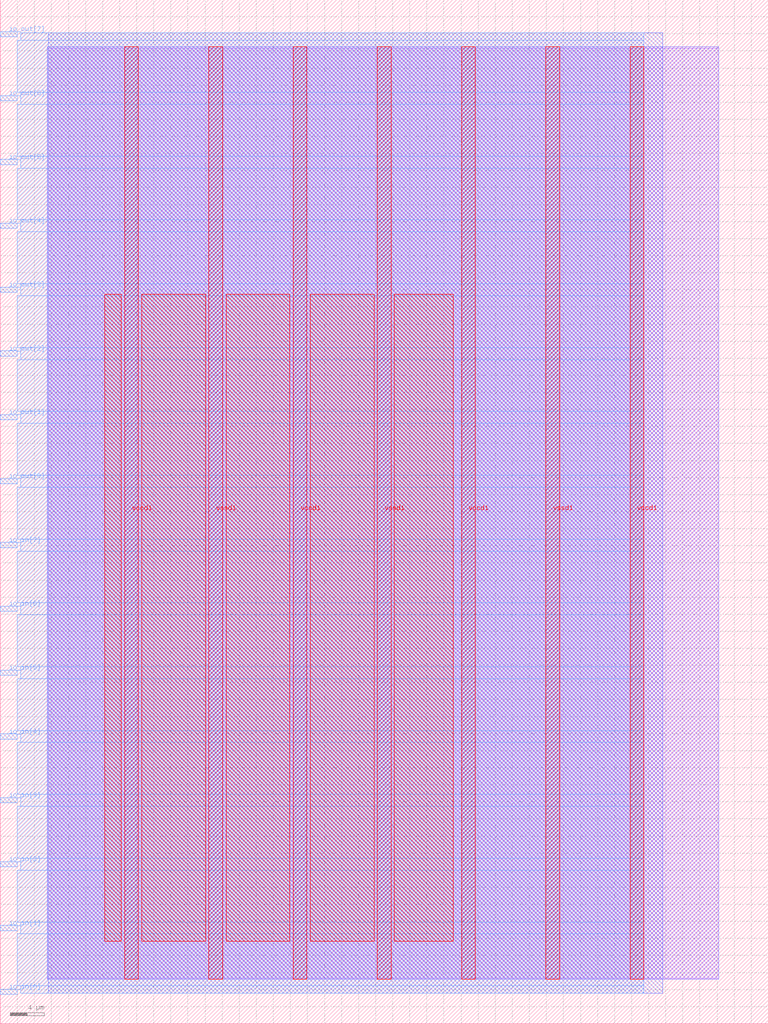
<source format=lef>
VERSION 5.7 ;
  NOWIREEXTENSIONATPIN ON ;
  DIVIDERCHAR "/" ;
  BUSBITCHARS "[]" ;
MACRO user_module_347592305412145748
  CLASS BLOCK ;
  FOREIGN user_module_347592305412145748 ;
  ORIGIN 0.000 0.000 ;
  SIZE 90.000 BY 120.000 ;
  PIN io_in[0]
    DIRECTION INPUT ;
    USE SIGNAL ;
    PORT
      LAYER met3 ;
        RECT 0.000 3.440 2.000 4.040 ;
    END
  END io_in[0]
  PIN io_in[1]
    DIRECTION INPUT ;
    USE SIGNAL ;
    PORT
      LAYER met3 ;
        RECT 0.000 10.920 2.000 11.520 ;
    END
  END io_in[1]
  PIN io_in[2]
    DIRECTION INPUT ;
    USE SIGNAL ;
    PORT
      LAYER met3 ;
        RECT 0.000 18.400 2.000 19.000 ;
    END
  END io_in[2]
  PIN io_in[3]
    DIRECTION INPUT ;
    USE SIGNAL ;
    PORT
      LAYER met3 ;
        RECT 0.000 25.880 2.000 26.480 ;
    END
  END io_in[3]
  PIN io_in[4]
    DIRECTION INPUT ;
    USE SIGNAL ;
    PORT
      LAYER met3 ;
        RECT 0.000 33.360 2.000 33.960 ;
    END
  END io_in[4]
  PIN io_in[5]
    DIRECTION INPUT ;
    USE SIGNAL ;
    PORT
      LAYER met3 ;
        RECT 0.000 40.840 2.000 41.440 ;
    END
  END io_in[5]
  PIN io_in[6]
    DIRECTION INPUT ;
    USE SIGNAL ;
    PORT
      LAYER met3 ;
        RECT 0.000 48.320 2.000 48.920 ;
    END
  END io_in[6]
  PIN io_in[7]
    DIRECTION INPUT ;
    USE SIGNAL ;
    PORT
      LAYER met3 ;
        RECT 0.000 55.800 2.000 56.400 ;
    END
  END io_in[7]
  PIN io_out[0]
    DIRECTION OUTPUT TRISTATE ;
    USE SIGNAL ;
    PORT
      LAYER met3 ;
        RECT 0.000 63.280 2.000 63.880 ;
    END
  END io_out[0]
  PIN io_out[1]
    DIRECTION OUTPUT TRISTATE ;
    USE SIGNAL ;
    PORT
      LAYER met3 ;
        RECT 0.000 70.760 2.000 71.360 ;
    END
  END io_out[1]
  PIN io_out[2]
    DIRECTION OUTPUT TRISTATE ;
    USE SIGNAL ;
    PORT
      LAYER met3 ;
        RECT 0.000 78.240 2.000 78.840 ;
    END
  END io_out[2]
  PIN io_out[3]
    DIRECTION OUTPUT TRISTATE ;
    USE SIGNAL ;
    PORT
      LAYER met3 ;
        RECT 0.000 85.720 2.000 86.320 ;
    END
  END io_out[3]
  PIN io_out[4]
    DIRECTION OUTPUT TRISTATE ;
    USE SIGNAL ;
    PORT
      LAYER met3 ;
        RECT 0.000 93.200 2.000 93.800 ;
    END
  END io_out[4]
  PIN io_out[5]
    DIRECTION OUTPUT TRISTATE ;
    USE SIGNAL ;
    PORT
      LAYER met3 ;
        RECT 0.000 100.680 2.000 101.280 ;
    END
  END io_out[5]
  PIN io_out[6]
    DIRECTION OUTPUT TRISTATE ;
    USE SIGNAL ;
    PORT
      LAYER met3 ;
        RECT 0.000 108.160 2.000 108.760 ;
    END
  END io_out[6]
  PIN io_out[7]
    DIRECTION OUTPUT TRISTATE ;
    USE SIGNAL ;
    PORT
      LAYER met3 ;
        RECT 0.000 115.640 2.000 116.240 ;
    END
  END io_out[7]
  PIN vccd1
    DIRECTION INOUT ;
    USE POWER ;
    PORT
      LAYER met4 ;
        RECT 14.590 5.200 16.190 114.480 ;
    END
    PORT
      LAYER met4 ;
        RECT 34.330 5.200 35.930 114.480 ;
    END
    PORT
      LAYER met4 ;
        RECT 54.070 5.200 55.670 114.480 ;
    END
    PORT
      LAYER met4 ;
        RECT 73.810 5.200 75.410 114.480 ;
    END
  END vccd1
  PIN vssd1
    DIRECTION INOUT ;
    USE GROUND ;
    PORT
      LAYER met4 ;
        RECT 24.460 5.200 26.060 114.480 ;
    END
    PORT
      LAYER met4 ;
        RECT 44.200 5.200 45.800 114.480 ;
    END
    PORT
      LAYER met4 ;
        RECT 63.940 5.200 65.540 114.480 ;
    END
  END vssd1
  OBS
      LAYER li1 ;
        RECT 5.520 5.355 84.180 114.325 ;
      LAYER met1 ;
        RECT 5.520 5.200 84.180 114.480 ;
      LAYER met2 ;
        RECT 5.620 3.555 77.640 116.125 ;
      LAYER met3 ;
        RECT 2.400 115.240 75.400 116.105 ;
        RECT 2.000 109.160 75.400 115.240 ;
        RECT 2.400 107.760 75.400 109.160 ;
        RECT 2.000 101.680 75.400 107.760 ;
        RECT 2.400 100.280 75.400 101.680 ;
        RECT 2.000 94.200 75.400 100.280 ;
        RECT 2.400 92.800 75.400 94.200 ;
        RECT 2.000 86.720 75.400 92.800 ;
        RECT 2.400 85.320 75.400 86.720 ;
        RECT 2.000 79.240 75.400 85.320 ;
        RECT 2.400 77.840 75.400 79.240 ;
        RECT 2.000 71.760 75.400 77.840 ;
        RECT 2.400 70.360 75.400 71.760 ;
        RECT 2.000 64.280 75.400 70.360 ;
        RECT 2.400 62.880 75.400 64.280 ;
        RECT 2.000 56.800 75.400 62.880 ;
        RECT 2.400 55.400 75.400 56.800 ;
        RECT 2.000 49.320 75.400 55.400 ;
        RECT 2.400 47.920 75.400 49.320 ;
        RECT 2.000 41.840 75.400 47.920 ;
        RECT 2.400 40.440 75.400 41.840 ;
        RECT 2.000 34.360 75.400 40.440 ;
        RECT 2.400 32.960 75.400 34.360 ;
        RECT 2.000 26.880 75.400 32.960 ;
        RECT 2.400 25.480 75.400 26.880 ;
        RECT 2.000 19.400 75.400 25.480 ;
        RECT 2.400 18.000 75.400 19.400 ;
        RECT 2.000 11.920 75.400 18.000 ;
        RECT 2.400 10.520 75.400 11.920 ;
        RECT 2.000 4.440 75.400 10.520 ;
        RECT 2.400 3.575 75.400 4.440 ;
      LAYER met4 ;
        RECT 12.255 9.695 14.190 85.505 ;
        RECT 16.590 9.695 24.060 85.505 ;
        RECT 26.460 9.695 33.930 85.505 ;
        RECT 36.330 9.695 43.800 85.505 ;
        RECT 46.200 9.695 53.065 85.505 ;
  END
END user_module_347592305412145748
END LIBRARY


</source>
